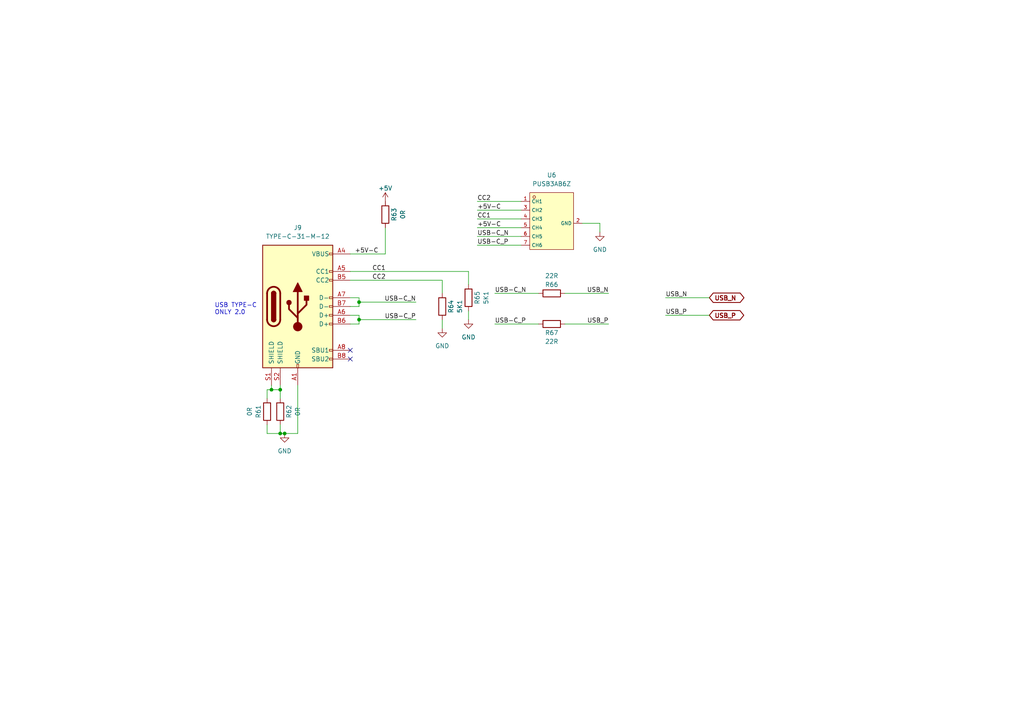
<source format=kicad_sch>
(kicad_sch (version 20230121) (generator eeschema)
  (paper "A4")
  (lib_symbols
    (symbol "DF_ESC_Symbol_Library:PUSB3AB6Z"
      (property "Reference" "U" (at 0 1.27 0))
      (property "Value" "PUSB3AB6Z" (at 0 -2.54 0))
      (symbol "PUSB3AB6Z_0_0"
        (rectangle (start -6.35 -6.35) (end 6.35 -22.86) (fill (type background)))
        (circle (center -5.08 -7.62) (radius 0.381) (fill (type background)))
        (pin unspecified line (at -8.89 -8.89 0) (length 2.54) (name "CH1") (number "1"))
        (pin unspecified line (at 8.89 -15.24 180) (length 2.54) (name "GND") (number "2"))
        (pin unspecified line (at -8.89 -11.43 0) (length 2.54) (name "CH2") (number "3"))
        (pin unspecified line (at -8.89 -13.97 0) (length 2.54) (name "CH3") (number "4"))
        (pin unspecified line (at -8.89 -16.51 0) (length 2.54) (name "CH4") (number "5"))
        (pin unspecified line (at -8.89 -19.05 0) (length 2.54) (name "CH5") (number "6"))
        (pin unspecified line (at -8.89 -21.59 0) (length 2.54) (name "CH6") (number "7"))
      )
    )
    (symbol "DF_ESC_Symbol_Library:USB_C_Receptacle_USB2.0" (pin_names (offset 1.016))
      (property "Reference" "J7" (at 0 22.86 0))
      (property "Value" "TYPE-C-31-M-12" (at 0 20.32 0))
      (symbol "USB_C_Receptacle_USB2.0_0_0"
        (rectangle (start -0.254 -17.78) (end 0.254 -16.764))
        (rectangle (start 10.16 -14.986) (end 9.144 -15.494))
        (rectangle (start 10.16 -12.446) (end 9.144 -12.954))
        (rectangle (start 10.16 -4.826) (end 9.144 -5.334))
        (rectangle (start 10.16 -2.286) (end 9.144 -2.794))
        (rectangle (start 10.16 0.254) (end 9.144 -0.254))
        (rectangle (start 10.16 2.794) (end 9.144 2.286))
        (rectangle (start 10.16 7.874) (end 9.144 7.366))
        (rectangle (start 10.16 10.414) (end 9.144 9.906))
        (rectangle (start 10.16 15.494) (end 9.144 14.986))
      )
      (symbol "USB_C_Receptacle_USB2.0_0_1"
        (rectangle (start -10.16 17.78) (end 10.16 -17.78) (stroke (width 0.254)) (fill (type background)))
        (arc (start -8.89 -3.81) (mid -6.985 -5.7067) (end -5.08 -3.81) (stroke (width 0.508)))
        (arc (start -7.62 -3.81) (mid -6.985 -4.4423) (end -6.35 -3.81) (stroke (width 0.254)))
        (arc (start -7.62 -3.81) (mid -6.985 -4.4423) (end -6.35 -3.81) (stroke (width 0.254)) (fill (type outline)))
        (rectangle (start -7.62 -3.81) (end -6.35 3.81) (stroke (width 0.254)) (fill (type outline)))
        (arc (start -6.35 3.81) (mid -6.985 4.4423) (end -7.62 3.81) (stroke (width 0.254)))
        (arc (start -6.35 3.81) (mid -6.985 4.4423) (end -7.62 3.81) (stroke (width 0.254)) (fill (type outline)))
        (arc (start -5.08 3.81) (mid -6.985 5.7067) (end -8.89 3.81) (stroke (width 0.508)))
        (circle (center -2.54 1.143) (radius 0.635) (stroke (width 0.254)) (fill (type outline)))
        (circle (center 0 -5.842) (radius 1.27) (fill (type outline)))
        (polyline (pts (xy -8.89 -3.81) (xy -8.89 3.81)) (stroke (width 0.508)))
        (polyline (pts (xy -5.08 3.81) (xy -5.08 -3.81)) (stroke (width 0.508)))
        (polyline (pts (xy 0 -5.842) (xy 0 4.318)) (stroke (width 0.508)))
        (polyline (pts (xy 0 -3.302) (xy -2.54 -0.762) (xy -2.54 0.508)) (stroke (width 0.508)))
        (polyline (pts (xy 0 -2.032) (xy 2.54 0.508) (xy 2.54 1.778)) (stroke (width 0.508)))
        (polyline (pts (xy -1.27 4.318) (xy 0 6.858) (xy 1.27 4.318) (xy -1.27 4.318)) (stroke (width 0.254)) (fill (type outline)))
        (rectangle (start 1.905 1.778) (end 3.175 3.048) (stroke (width 0.254)) (fill (type outline)))
      )
      (symbol "USB_C_Receptacle_USB2.0_1_1"
        (pin passive line (at 0 -22.86 90) (length 5.08) (name "GND") (number "A1"))
        (pin passive line (at 0 -22.86 90) (length 5.08) hide (name "GND") (number "A12"))
        (pin passive line (at 15.24 15.24 180) (length 5.08) (name "VBUS") (number "A4"))
        (pin bidirectional line (at 15.24 10.16 180) (length 5.08) (name "CC1") (number "A5"))
        (pin bidirectional line (at 15.24 -2.54 180) (length 5.08) (name "D+") (number "A6"))
        (pin bidirectional line (at 15.24 2.54 180) (length 5.08) (name "D-") (number "A7"))
        (pin bidirectional line (at 15.24 -12.7 180) (length 5.08) (name "SBU1") (number "A8"))
        (pin passive line (at 15.24 15.24 180) (length 5.08) hide (name "VBUS") (number "A9"))
        (pin passive line (at 0 -22.86 90) (length 5.08) hide (name "GND") (number "B1"))
        (pin passive line (at 0 -22.86 90) (length 5.08) hide (name "GND") (number "B12"))
        (pin passive line (at 15.24 15.24 180) (length 5.08) hide (name "VBUS") (number "B4"))
        (pin bidirectional line (at 15.24 7.62 180) (length 5.08) (name "CC2") (number "B5"))
        (pin bidirectional line (at 15.24 -5.08 180) (length 5.08) (name "D+") (number "B6"))
        (pin bidirectional line (at 15.24 0 180) (length 5.08) (name "D-") (number "B7"))
        (pin bidirectional line (at 15.24 -15.24 180) (length 5.08) (name "SBU2") (number "B8"))
        (pin passive line (at 15.24 15.24 180) (length 5.08) hide (name "VBUS") (number "B9"))
        (pin passive line (at -7.62 -22.86 90) (length 5.08) (name "SHIELD") (number "S1"))
        (pin passive line (at -5.08 -22.86 90) (length 5.08) (name "SHIELD") (number "S2"))
      )
    )
    (symbol "Device:R" (pin_numbers hide) (pin_names (offset 0))
      (property "Reference" "R" (at 2.032 0 90))
      (property "Value" "R" (at 0 0 90))
      (symbol "R_0_1"
        (rectangle (start -1.016 -2.54) (end 1.016 2.54) (stroke (width 0.254)))
      )
      (symbol "R_1_1"
        (pin passive line (at 0 3.81 270) (length 1.27) (name "~") (number "1"))
        (pin passive line (at 0 -3.81 90) (length 1.27) (name "~") (number "2"))
      )
    )
    (symbol "power:+5V" (power) (pin_names (offset 0))
      (property "Value" "+5V" (at 0 3.556 0))
      (symbol "+5V_0_1"
        (polyline (pts (xy -0.762 1.27) (xy 0 2.54)))
        (polyline (pts (xy 0 0) (xy 0 2.54)))
        (polyline (pts (xy 0 2.54) (xy 0.762 1.27)))
      )
      (symbol "+5V_1_1"
        (pin power_in line (at 0 0 90) (length 0) hide (name "+5V") (number "1"))
      )
    )
    (symbol "power:GND" (power) (pin_names (offset 0))
      (property "Value" "GND" (at 0 -3.81 0))
      (symbol "GND_0_1"
        (polyline (pts (xy 0 0) (xy 0 -1.27) (xy 1.27 -1.27) (xy 0 -2.54) (xy -1.27 -1.27) (xy 0 -1.27)))
      )
      (symbol "GND_1_1"
        (pin power_in line (at 0 0 270) (length 0) hide (name "GND") (number "1"))
      )
    )
  )
  (junction (at 104.14 87.63))
  (junction (at 78.74 113.03))
  (junction (at 82.55 125.73))
  (junction (at 81.28 113.03))
  (junction (at 104.14 92.71))
  (junction (at 81.28 125.73))
  (no_connect (at 101.6 104.14))
  (no_connect (at 101.6 101.6))
  (wire (pts (xy 168.91 64.77) (xy 173.99 64.77)))
  (wire (pts (xy 81.28 113.03) (xy 81.28 115.57)))
  (wire (pts (xy 143.51 85.09) (xy 156.21 85.09)))
  (wire (pts (xy 104.14 91.44) (xy 104.14 92.71)))
  (wire (pts (xy 101.6 78.74) (xy 135.89 78.74)))
  (wire (pts (xy 128.27 92.71) (xy 128.27 95.25)))
  (wire (pts (xy 104.14 87.63) (xy 120.65 87.63)))
  (wire (pts (xy 77.47 125.73) (xy 77.47 123.19)))
  (wire (pts (xy 193.04 86.36) (xy 205.74 86.36)))
  (wire (pts (xy 138.43 68.58) (xy 151.13 68.58)))
  (wire (pts (xy 101.6 91.44) (xy 104.14 91.44)))
  (wire (pts (xy 82.55 125.73) (xy 81.28 125.73)))
  (wire (pts (xy 151.13 58.42) (xy 138.43 58.42)))
  (wire (pts (xy 104.14 86.36) (xy 101.6 86.36)))
  (wire (pts (xy 193.04 91.44) (xy 205.74 91.44)))
  (wire (pts (xy 77.47 113.03) (xy 78.74 113.03)))
  (wire (pts (xy 77.47 115.57) (xy 77.47 113.03)))
  (wire (pts (xy 77.47 125.73) (xy 81.28 125.73)))
  (wire (pts (xy 111.76 73.66) (xy 111.76 66.04)))
  (wire (pts (xy 143.51 93.98) (xy 156.21 93.98)))
  (wire (pts (xy 78.74 111.76) (xy 78.74 113.03)))
  (wire (pts (xy 104.14 93.98) (xy 101.6 93.98)))
  (wire (pts (xy 81.28 111.76) (xy 81.28 113.03)))
  (wire (pts (xy 104.14 92.71) (xy 104.14 93.98)))
  (wire (pts (xy 101.6 73.66) (xy 111.76 73.66)))
  (wire (pts (xy 138.43 66.04) (xy 151.13 66.04)))
  (wire (pts (xy 135.89 90.17) (xy 135.89 92.71)))
  (wire (pts (xy 81.28 125.73) (xy 81.28 123.19)))
  (wire (pts (xy 163.83 85.09) (xy 176.53 85.09)))
  (wire (pts (xy 86.36 125.73) (xy 82.55 125.73)))
  (wire (pts (xy 78.74 113.03) (xy 81.28 113.03)))
  (wire (pts (xy 104.14 87.63) (xy 104.14 86.36)))
  (wire (pts (xy 151.13 60.96) (xy 138.43 60.96)))
  (wire (pts (xy 104.14 88.9) (xy 104.14 87.63)))
  (wire (pts (xy 86.36 111.76) (xy 86.36 125.73)))
  (wire (pts (xy 101.6 88.9) (xy 104.14 88.9)))
  (wire (pts (xy 163.83 93.98) (xy 176.53 93.98)))
  (wire (pts (xy 128.27 85.09) (xy 128.27 81.28)))
  (wire (pts (xy 104.14 92.71) (xy 120.65 92.71)))
  (wire (pts (xy 135.89 82.55) (xy 135.89 78.74)))
  (wire (pts (xy 173.99 64.77) (xy 173.99 67.31)))
  (wire (pts (xy 138.43 63.5) (xy 151.13 63.5)))
  (wire (pts (xy 128.27 81.28) (xy 101.6 81.28)))
  (wire (pts (xy 138.43 71.12) (xy 151.13 71.12)))
  (text "USB TYPE-C\nONLY 2.0\n" (at 62.23 91.44 0) (effects (font (size 1.27 1.27)) (justify left bottom)))
  (label "USB-C_N" (at 143.51 85.09 0))
  (label "CC2" (at 138.43 58.42 0))
  (label "+5V-C" (at 138.43 66.04 0))
  (label "+5V-C" (at 102.87 73.66 0))
  (label "CC2" (at 107.95 81.28 0))
  (label "CC1" (at 107.95 78.74 0))
  (label "USB_P" (at 176.53 93.98 180))
  (label "+5V-C" (at 138.43 60.96 0))
  (label "USB-C_P" (at 138.43 71.12 0))
  (label "USB-C_P" (at 143.51 93.98 0))
  (label "USB_N" (at 193.04 86.36 0))
  (label "CC1" (at 138.43 63.5 0))
  (label "USB_P" (at 193.04 91.44 0))
  (label "USB-C_N" (at 138.43 68.58 0))
  (label "USB-C_P" (at 120.65 92.71 180))
  (label "USB-C_N" (at 120.65 87.63 180))
  (label "USB_N" (at 176.53 85.09 180))
  (global_label "USB_N" (shape bidirectional) (at 205.74 86.36 0) (effects (font bold)) (property "Intersheetrefs" "${INTERSHEET_REFS}" (effects hide)))
  (global_label "USB_P" (shape bidirectional) (at 205.74 91.44 0) (effects (font bold)) (property "Intersheetrefs" "${INTERSHEET_REFS}" (effects hide)))
  (symbol (lib_id "Device:R") (at 160.02 85.09 270) (mirror x) (unit 1)
    (property "Reference" "R66" (at 160.02 82.55 90))
    (property "Value" "22R" (at 160.02 80.01 90))
    (property "Footprint" "Resistor_SMD:R_0603_1608Metric_Pad0.98x0.95mm_HandSolder" (effects hide))
  )
  (symbol (lib_id "Device:R") (at 135.89 86.36 0) (unit 1)
    (property "Reference" "R65" (at 138.43 86.36 90))
    (property "Value" "5K1" (at 140.97 86.36 90))
    (property "Footprint" "Resistor_SMD:R_0603_1608Metric_Pad0.98x0.95mm_HandSolder" (effects hide))
  )
  (symbol (lib_id "power:GND") (at 173.99 67.31 0) (unit 1)
    (property "Reference" "#PWR0103" (effects hide))
    (property "Value" "GND" (at 173.99 72.39 0))
  )
  (symbol (lib_id "DF_ESC_Symbol_Library:USB_C_Receptacle_USB2.0") (at 86.36 88.9 0) (unit 1)
    (property "Reference" "J9" (at 86.36 66.04 0))
    (property "Value" "TYPE-C-31-M-12" (at 86.36 68.58 0))
    (property "Footprint" "DF_ESC_Footprint_Library:USB-C_SMD-TYPE-C-31-M-12" (effects hide))
    (property "Datasheet" "https://www.usb.org/sites/default/files/documents/usb_type-c.zip" (effects hide))
  )
  (symbol (lib_id "Device:R") (at 128.27 88.9 0) (unit 1)
    (property "Reference" "R64" (at 130.81 88.9 90))
    (property "Value" "5K1" (at 133.35 88.9 90))
    (property "Footprint" "Resistor_SMD:R_0603_1608Metric_Pad0.98x0.95mm_HandSolder" (effects hide))
  )
  (symbol (lib_id "DF_ESC_Symbol_Library:PUSB3AB6Z") (at 160.02 49.53 0) (unit 1)
    (property "Reference" "U6" (at 160.02 50.8 0))
    (property "Value" "PUSB3AB6Z" (at 160.02 53.34 0))
    (property "Footprint" "DF_ESC_Footprint_Library:XSON-7_L2.2-W1.2-P0.50-BL" (effects hide))
    (property "Datasheet" "https://item.szlcsc.com/574563.html" (effects hide))
    (property "LCSC" "C553550" (effects hide))
  )
  (symbol (lib_id "Device:R") (at 160.02 93.98 270) (unit 1)
    (property "Reference" "R67" (at 160.02 96.52 90))
    (property "Value" "22R" (at 160.02 99.06 90))
    (property "Footprint" "Resistor_SMD:R_0603_1608Metric_Pad0.98x0.95mm_HandSolder" (effects hide))
  )
  (symbol (lib_id "power:+5V") (at 111.76 58.42 0) (unit 1)
    (property "Reference" "#PWR0100" (effects hide))
    (property "Value" "+5V" (at 111.76 54.61 0))
  )
  (symbol (lib_id "power:GND") (at 128.27 95.25 0) (unit 1)
    (property "Reference" "#PWR0101" (effects hide))
    (property "Value" "GND" (at 128.27 100.33 0))
  )
  (symbol (lib_id "Device:R") (at 81.28 119.38 0) (mirror x) (unit 1)
    (property "Reference" "R62" (at 83.82 119.38 90))
    (property "Value" "0R" (at 86.36 119.38 90))
    (property "Footprint" "Resistor_SMD:R_0603_1608Metric_Pad0.98x0.95mm_HandSolder" (effects hide))
  )
  (symbol (lib_id "power:GND") (at 82.55 125.73 0) (unit 1)
    (property "Reference" "#PWR099" (effects hide))
    (property "Value" "GND" (at 82.55 130.81 0))
  )
  (symbol (lib_id "Device:R") (at 77.47 119.38 180) (unit 1)
    (property "Reference" "R61" (at 74.93 119.38 90))
    (property "Value" "0R" (at 72.39 119.38 90))
    (property "Footprint" "Resistor_SMD:R_0603_1608Metric_Pad0.98x0.95mm_HandSolder" (effects hide))
  )
  (symbol (lib_id "Device:R") (at 111.76 62.23 0) (mirror x) (unit 1)
    (property "Reference" "R63" (at 114.3 62.23 90))
    (property "Value" "0R" (at 116.84 62.23 90))
    (property "Footprint" "Resistor_SMD:R_0603_1608Metric_Pad0.98x0.95mm_HandSolder" (effects hide))
  )
  (symbol (lib_id "power:GND") (at 135.89 92.71 0) (unit 1)
    (property "Reference" "#PWR0102" (effects hide))
    (property "Value" "GND" (at 135.89 97.79 0))
  )
)
</source>
